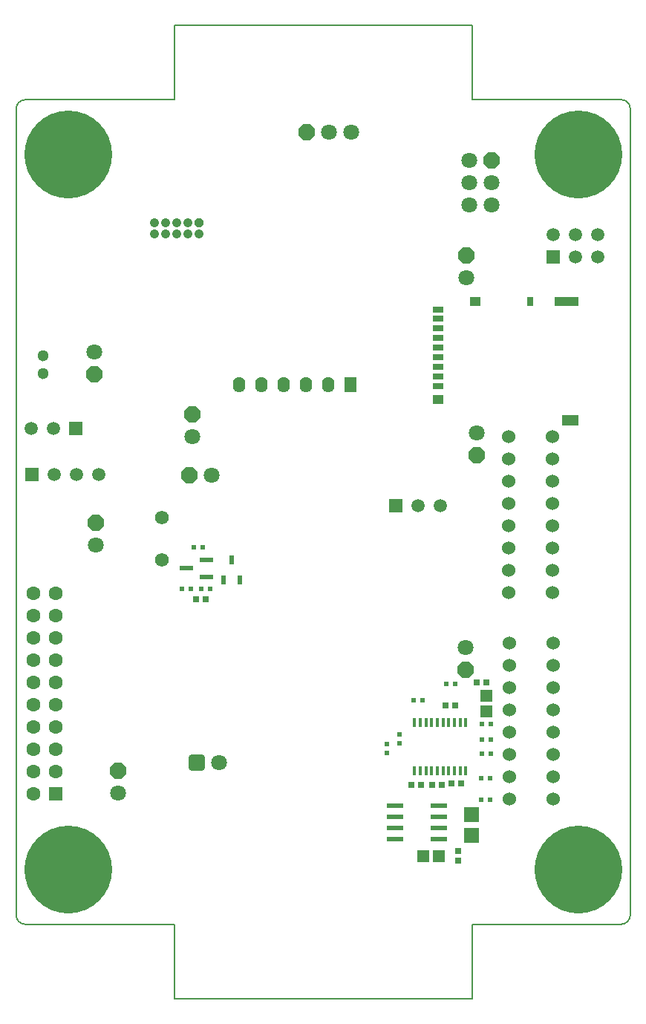
<source format=gbs>
G04 Layer_Color=8479232*
%FSLAX44Y44*%
%MOMM*%
G71*
G01*
G75*
%ADD39R,0.6096X0.5842*%
%ADD40R,0.5842X0.6096*%
%ADD58C,0.2000*%
%ADD66C,1.5000*%
%ADD68R,1.5000X1.5000*%
%ADD69C,1.8000*%
%ADD70P,1.9483X8X292.5*%
%ADD71C,1.5240*%
%ADD72C,1.3000*%
%ADD73O,1.3970X1.7780*%
%ADD74R,1.3970X1.7780*%
%ADD77P,1.9483X8X22.5*%
%ADD78C,10.0000*%
%ADD79C,1.0500*%
%ADD80P,1.1365X8X292.5*%
%ADD81C,1.5748*%
%ADD105R,1.9000X1.3000*%
%ADD106R,2.8000X1.0000*%
%ADD107R,0.8000X1.0000*%
%ADD108R,1.2000X1.0000*%
%ADD109R,1.2000X0.7000*%
%ADD110R,0.6000X1.0500*%
%ADD111R,1.5000X0.5500*%
%ADD112R,1.9800X0.5300*%
%ADD113R,0.4500X1.0500*%
%ADD166R,0.7500X0.7500*%
%ADD168R,0.7500X0.7500*%
%ADD169R,1.4000X1.4000*%
%ADD179C,1.6000*%
G04:AMPARAMS|DCode=180|XSize=1.6mm|YSize=1.6mm|CornerRadius=0.125mm|HoleSize=0mm|Usage=FLASHONLY|Rotation=90.000|XOffset=0mm|YOffset=0mm|HoleType=Round|Shape=RoundedRectangle|*
%AMROUNDEDRECTD180*
21,1,1.6000,1.3500,0,0,90.0*
21,1,1.3500,1.6000,0,0,90.0*
1,1,0.2500,0.6750,0.6750*
1,1,0.2500,0.6750,-0.6750*
1,1,0.2500,-0.6750,-0.6750*
1,1,0.2500,-0.6750,0.6750*
%
%ADD180ROUNDEDRECTD180*%
G04:AMPARAMS|DCode=181|XSize=1.8mm|YSize=1.8mm|CornerRadius=0.22mm|HoleSize=0mm|Usage=FLASHONLY|Rotation=0.000|XOffset=0mm|YOffset=0mm|HoleType=Round|Shape=RoundedRectangle|*
%AMROUNDEDRECTD181*
21,1,1.8000,1.3600,0,0,0.0*
21,1,1.3600,1.8000,0,0,0.0*
1,1,0.4400,0.6800,-0.6800*
1,1,0.4400,-0.6800,-0.6800*
1,1,0.4400,-0.6800,0.6800*
1,1,0.4400,0.6800,0.6800*
%
%ADD181ROUNDEDRECTD181*%
%ADD182R,1.7000X1.7000*%
%ADD183R,1.4000X1.4000*%
D39*
X30734Y382016D02*
D03*
X40894D02*
D03*
X8636Y382270D02*
D03*
X18796D02*
D03*
X22606Y430022D02*
D03*
X32766D02*
D03*
X351282Y227838D02*
D03*
X361442D02*
D03*
X350012Y166624D02*
D03*
X360172D02*
D03*
X350012Y141732D02*
D03*
X360172D02*
D03*
X351282Y194056D02*
D03*
X361442D02*
D03*
X351282Y210312D02*
D03*
X361442D02*
D03*
X320160Y274000D02*
D03*
X310000D02*
D03*
X282822Y255714D02*
D03*
X272662D02*
D03*
D40*
X256662Y206554D02*
D03*
Y216714D02*
D03*
X242662Y195554D02*
D03*
Y205714D02*
D03*
D58*
X520000Y930000D02*
G03*
X510000Y940000I-10000J0D01*
G01*
Y0D02*
G03*
X520000Y10000I0J10000D01*
G01*
X-180000D02*
G03*
X-170000Y0I10000J0D01*
G01*
Y940000D02*
G03*
X-180000Y930000I0J-10000D01*
G01*
X0Y-85000D02*
X340000D01*
X0Y1025000D02*
X340000D01*
X0Y940000D02*
Y1025000D01*
X340000Y940000D02*
Y1025000D01*
Y-85000D02*
Y0D01*
X0Y-85000D02*
Y0D01*
X-165000D02*
X0D01*
X-170000Y940000D02*
X0D01*
X-180000Y10000D02*
Y930000D01*
X340000Y940000D02*
X505000D01*
X340000Y0D02*
X505000D01*
X520000Y10000D02*
Y930000D01*
X505000Y940000D02*
X510000D01*
X505000Y0D02*
X510000D01*
X-170000D02*
X-165000D01*
D66*
X-85800Y513000D02*
D03*
X-111200D02*
D03*
X-136600D02*
D03*
X432562Y786384D02*
D03*
X457962Y760984D02*
D03*
Y786384D02*
D03*
X483362Y760984D02*
D03*
Y786384D02*
D03*
X-137400Y565000D02*
D03*
X-162800D02*
D03*
X278384Y476758D02*
D03*
X303784D02*
D03*
D68*
X-162000Y513000D02*
D03*
X432562Y760984D02*
D03*
X-112000Y565000D02*
D03*
X252984Y476758D02*
D03*
D69*
X21082Y555752D02*
D03*
X332740Y736854D02*
D03*
X51400Y184000D02*
D03*
X201550Y902750D02*
D03*
X176150D02*
D03*
X332486Y315468D02*
D03*
X42418Y511556D02*
D03*
X-64000Y149600D02*
D03*
X-89000Y432600D02*
D03*
X344678Y560324D02*
D03*
X-91440Y652780D02*
D03*
X336600Y845600D02*
D03*
X362000D02*
D03*
X336600Y871000D02*
D03*
X362000Y820200D02*
D03*
X336600D02*
D03*
D70*
X21082Y581152D02*
D03*
X332740Y762254D02*
D03*
X332486Y290068D02*
D03*
X-64000Y175000D02*
D03*
X-89000Y458000D02*
D03*
X344678Y534924D02*
D03*
X-91440Y627380D02*
D03*
D71*
X431038Y378206D02*
D03*
Y403606D02*
D03*
Y429006D02*
D03*
Y454406D02*
D03*
Y479806D02*
D03*
Y505206D02*
D03*
Y530606D02*
D03*
Y556006D02*
D03*
X381038Y378206D02*
D03*
Y403606D02*
D03*
Y429006D02*
D03*
Y454406D02*
D03*
Y479806D02*
D03*
Y505206D02*
D03*
Y530606D02*
D03*
Y556006D02*
D03*
X432016Y142494D02*
D03*
Y167894D02*
D03*
Y193294D02*
D03*
Y218694D02*
D03*
Y244094D02*
D03*
Y269494D02*
D03*
Y294894D02*
D03*
Y320294D02*
D03*
X382016Y142494D02*
D03*
Y167894D02*
D03*
Y193294D02*
D03*
Y218694D02*
D03*
Y244094D02*
D03*
Y269494D02*
D03*
Y294894D02*
D03*
Y320294D02*
D03*
D72*
X-149860Y627794D02*
D03*
Y647794D02*
D03*
D73*
X150200Y615000D02*
D03*
X99400D02*
D03*
X175600D02*
D03*
X124800D02*
D03*
X74000D02*
D03*
D74*
X201000D02*
D03*
D77*
X150750Y902750D02*
D03*
X17018Y511556D02*
D03*
X362000Y871000D02*
D03*
D78*
X461000Y62500D02*
D03*
X-121000D02*
D03*
X461000Y877500D02*
D03*
X-121000D02*
D03*
D79*
X-22720Y800000D02*
D03*
X-10020D02*
D03*
X2680D02*
D03*
X15380D02*
D03*
X-22720Y787300D02*
D03*
X-10020D02*
D03*
X2680D02*
D03*
X15380D02*
D03*
X28080D02*
D03*
D80*
Y800000D02*
D03*
D81*
X-14000Y415000D02*
D03*
Y463800D02*
D03*
D105*
X451612Y574802D02*
D03*
D106*
X447112Y709802D02*
D03*
D107*
X405612D02*
D03*
D108*
X343612D02*
D03*
X300612Y598302D02*
D03*
D109*
Y700302D02*
D03*
Y690802D02*
D03*
Y679802D02*
D03*
Y668802D02*
D03*
Y657802D02*
D03*
Y646802D02*
D03*
Y635802D02*
D03*
Y624802D02*
D03*
Y613802D02*
D03*
D110*
X75032Y392614D02*
D03*
X56032D02*
D03*
X65532Y415614D02*
D03*
D111*
X37084Y415240D02*
D03*
Y396240D02*
D03*
X14084Y405740D02*
D03*
D112*
X251662Y96714D02*
D03*
Y109414D02*
D03*
Y122114D02*
D03*
Y134814D02*
D03*
X301662Y96714D02*
D03*
Y109414D02*
D03*
Y122114D02*
D03*
Y134814D02*
D03*
D113*
X274162Y230214D02*
D03*
X280662D02*
D03*
X287162D02*
D03*
X293662D02*
D03*
X300162D02*
D03*
X306662D02*
D03*
X313162D02*
D03*
X319662D02*
D03*
X326162D02*
D03*
X332662D02*
D03*
X274162Y174714D02*
D03*
X280662D02*
D03*
X287162D02*
D03*
X293662D02*
D03*
X300162D02*
D03*
X306662D02*
D03*
X313162D02*
D03*
X319662D02*
D03*
X326162D02*
D03*
X332662D02*
D03*
D166*
X294220Y158750D02*
D03*
X305220D02*
D03*
X35710Y370586D02*
D03*
X24710D02*
D03*
X270598Y158496D02*
D03*
X281598D02*
D03*
X356362Y275590D02*
D03*
X345362D02*
D03*
X316572Y160274D02*
D03*
X327572D02*
D03*
X309162Y249714D02*
D03*
X320162D02*
D03*
D168*
X323662Y72214D02*
D03*
Y83214D02*
D03*
D169*
X356362Y242824D02*
D03*
Y260824D02*
D03*
D179*
X-160400Y377600D02*
D03*
X-135000D02*
D03*
X-160400Y352200D02*
D03*
X-135000D02*
D03*
X-160400Y326800D02*
D03*
X-135000D02*
D03*
X-160400Y301400D02*
D03*
X-135000D02*
D03*
X-160400Y276000D02*
D03*
X-135000D02*
D03*
X-160400Y250600D02*
D03*
X-135000D02*
D03*
X-160400Y225200D02*
D03*
X-135000D02*
D03*
X-160400Y199800D02*
D03*
X-135000D02*
D03*
X-160400Y174400D02*
D03*
X-135000D02*
D03*
X-160400Y149000D02*
D03*
D180*
X-135000D02*
D03*
D181*
X26000Y184000D02*
D03*
D182*
X339162Y101214D02*
D03*
Y125214D02*
D03*
D183*
X284116Y77724D02*
D03*
X302116D02*
D03*
M02*

</source>
